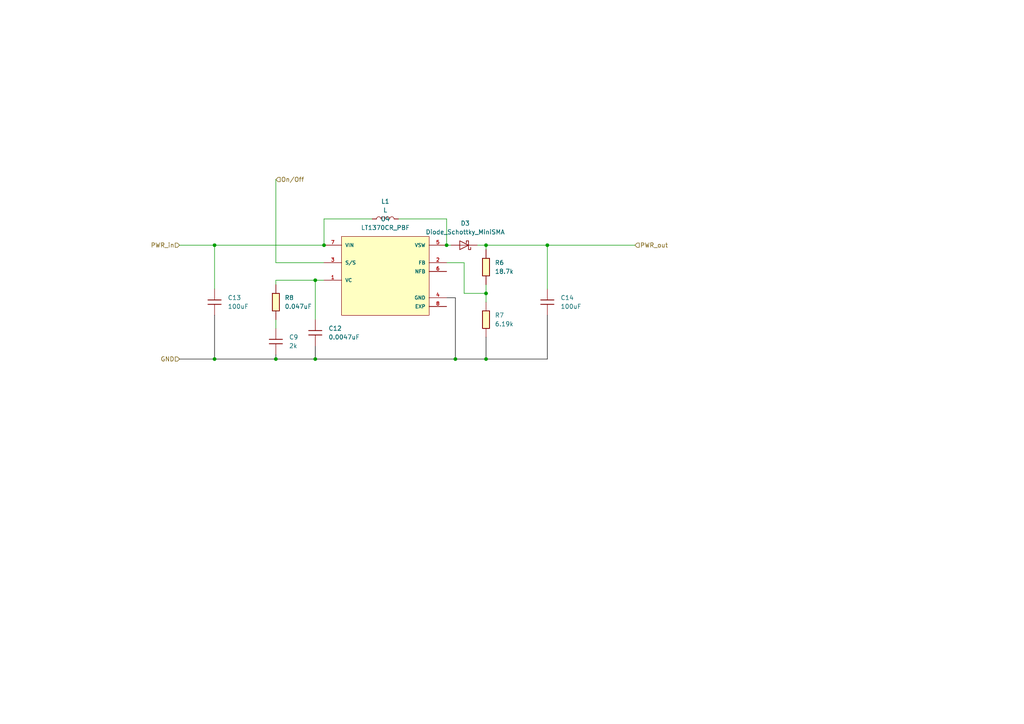
<source format=kicad_sch>
(kicad_sch (version 20231120) (generator "eeschema") (generator_version "8.0")
  (paper "A4")
  (lib_symbols
    (symbol "Device:L" (pin_numbers hide) (pin_names (offset 1.016) hide)
      (property "Reference" "L" (at -1.27 0 90))
      (property "Value" "L" (at 1.905 0 90))
      (symbol "L_0_1"
        (arc (start 0 -2.54) (mid 0.6323 -1.905) (end 0 -1.27))
        (arc (start 0 -1.27) (mid 0.6323 -0.635) (end 0 0))
        (arc (start 0 0) (mid 0.6323 0.635) (end 0 1.27))
        (arc (start 0 1.27) (mid 0.6323 1.905) (end 0 2.54))
      )
      (symbol "L_1_1"
        (pin passive line (at 0 3.81 270) (length 1.27) (name "1") (number "1"))
        (pin passive line (at 0 -3.81 90) (length 1.27) (name "2") (number "2"))
      )
    )
    (symbol "Fab:C_1206" (pin_numbers hide)
      (property "Reference" "C" (at 0.635 2.54 0))
      (property "Value" "C_1206" (at 0.635 -2.54 0))
      (symbol "C_1206_1_1"
        (polyline (pts (xy -1.905 -0.635) (xy 1.905 -0.635)) (stroke (width 0.25)))
        (polyline (pts (xy -1.905 0.635) (xy 1.905 0.635)) (stroke (width 0.25)))
        (pin passive line (at 0 3.81 270) (length 3.175) (name "~") (number "1"))
        (pin passive line (at 0 -3.81 90) (length 3.175) (name "~") (number "2"))
      )
    )
    (symbol "Fab:Diode_Schottky_MiniSMA" (pin_numbers hide) (pin_names (offset 1.016) hide)
      (property "Reference" "D" (at 0 2.54 0))
      (property "Value" "Diode_Schottky_MiniSMA" (at 0 -2.54 0))
      (symbol "Diode_Schottky_MiniSMA_0_1"
        (polyline (pts (xy 1.27 0) (xy -1.27 0)))
        (polyline (pts (xy 1.27 1.27) (xy 1.27 -1.27) (xy -1.27 0) (xy 1.27 1.27)) (stroke (width 0.2032)))
        (polyline (pts (xy -1.905 0.635) (xy -1.905 1.27) (xy -1.27 1.27) (xy -1.27 -1.27) (xy -0.635 -1.27) (xy -0.635 -0.635)) (stroke (width 0.2032)))
      )
      (symbol "Diode_Schottky_MiniSMA_1_1"
        (pin passive line (at -3.81 0 0) (length 2.54) (name "K") (number "1"))
        (pin passive line (at 3.81 0 180) (length 2.54) (name "A") (number "2"))
      )
    )
    (symbol "Fab:R_1206" (pin_numbers hide) (pin_names (offset 0))
      (property "Reference" "R" (at 2.54 0 90))
      (property "Value" "R_1206" (at -2.54 0 90))
      (symbol "R_1206_0_1"
        (rectangle (start -1.016 -2.54) (end 1.016 2.54) (stroke (width 0.254)) (fill (type background)))
      )
      (symbol "R_1206_1_1"
        (pin passive line (at 0 5.08 270) (length 2.54) (name "~") (number "1"))
        (pin passive line (at 0 -5.08 90) (length 2.54) (name "~") (number "2"))
      )
    )
    (symbol "LT1379CR:LT1370CR_PBF" (pin_names (offset 1.016))
      (property "Reference" "U" (at -12.7 10.922 0))
      (property "Value" "LT1370CR_PBF" (at -12.7 -15.24 0))
      (symbol "LT1370CR_PBF_0_0"
        (rectangle (start -12.7 -12.7) (end 12.7 10.16) (stroke (width 0.1524)) (fill (type background)))
        (pin passive line (at -17.78 -2.54 0) (length 5.08) (name "VC") (number "1"))
        (pin input line (at 17.78 2.54 180) (length 5.08) (name "FB") (number "2"))
        (pin input line (at -17.78 2.54 0) (length 5.08) (name "S/S") (number "3"))
        (pin power_in line (at 17.78 -7.62 180) (length 5.08) (name "GND") (number "4"))
        (pin output line (at 17.78 7.62 180) (length 5.08) (name "VSW") (number "5"))
        (pin input line (at 17.78 0 180) (length 5.08) (name "NFB") (number "6"))
        (pin input line (at -17.78 7.62 0) (length 5.08) (name "VIN") (number "7"))
        (pin power_in line (at 17.78 -10.16 180) (length 5.08) (name "EXP") (number "8"))
      )
    )
  )
  (junction (at 91.44 104.14))
  (junction (at 140.97 104.14))
  (junction (at 132.08 104.14))
  (junction (at 140.97 85.09))
  (junction (at 140.97 71.12))
  (junction (at 93.98 71.12))
  (junction (at 129.54 71.12))
  (junction (at 62.23 104.14))
  (junction (at 91.44 81.28))
  (junction (at 158.75 71.12))
  (junction (at 62.23 71.12))
  (junction (at 80.01 104.14))
  (wire (pts (xy 80.01 76.2) (xy 93.98 76.2)))
  (wire (pts (xy 80.01 52.07) (xy 80.01 76.2)))
  (wire (pts (xy 158.75 91.44) (xy 158.75 104.14)) (stroke (width 0) (color 0 0 0 1)))
  (wire (pts (xy 140.97 97.79) (xy 140.97 104.14)) (stroke (width 0) (color 0 0 0 1)))
  (wire (pts (xy 62.23 104.14) (xy 52.07 104.14)) (stroke (width 0) (color 0 0 0 1)))
  (wire (pts (xy 129.54 76.2) (xy 134.62 76.2)))
  (wire (pts (xy 129.54 71.12) (xy 130.81 71.12)))
  (wire (pts (xy 80.01 104.14) (xy 62.23 104.14)) (stroke (width 0) (color 0 0 0 1)))
  (wire (pts (xy 62.23 71.12) (xy 62.23 83.82)))
  (wire (pts (xy 140.97 72.39) (xy 140.97 71.12)))
  (wire (pts (xy 140.97 82.55) (xy 140.97 85.09)))
  (wire (pts (xy 140.97 85.09) (xy 140.97 87.63)))
  (wire (pts (xy 140.97 104.14) (xy 132.08 104.14)) (stroke (width 0) (color 0 0 0 1)))
  (wire (pts (xy 93.98 81.28) (xy 91.44 81.28)))
  (wire (pts (xy 132.08 104.14) (xy 91.44 104.14)) (stroke (width 0) (color 0 0 0 1)))
  (wire (pts (xy 91.44 81.28) (xy 91.44 92.71)))
  (wire (pts (xy 134.62 76.2) (xy 134.62 85.09)))
  (wire (pts (xy 52.07 71.12) (xy 62.23 71.12)))
  (wire (pts (xy 140.97 71.12) (xy 158.75 71.12)))
  (wire (pts (xy 132.08 86.36) (xy 129.54 86.36)) (stroke (width 0) (color 0 0 0 1)))
  (wire (pts (xy 80.01 81.28) (xy 80.01 82.55)))
  (wire (pts (xy 80.01 92.71) (xy 80.01 95.25)))
  (wire (pts (xy 91.44 81.28) (xy 80.01 81.28)))
  (wire (pts (xy 107.95 63.5) (xy 93.98 63.5)))
  (wire (pts (xy 138.43 71.12) (xy 140.97 71.12)))
  (wire (pts (xy 62.23 71.12) (xy 93.98 71.12)))
  (wire (pts (xy 91.44 100.33) (xy 91.44 104.14)) (stroke (width 0) (color 0 0 0 1)))
  (wire (pts (xy 93.98 63.5) (xy 93.98 71.12)))
  (wire (pts (xy 80.01 102.87) (xy 80.01 104.14)) (stroke (width 0) (color 0 0 0 1)))
  (wire (pts (xy 134.62 85.09) (xy 140.97 85.09)))
  (wire (pts (xy 132.08 104.14) (xy 132.08 86.36)) (stroke (width 0) (color 0 0 0 1)))
  (wire (pts (xy 62.23 91.44) (xy 62.23 104.14)) (stroke (width 0) (color 0 0 0 1)))
  (wire (pts (xy 158.75 104.14) (xy 140.97 104.14)) (stroke (width 0) (color 0 0 0 1)))
  (wire (pts (xy 129.54 63.5) (xy 129.54 71.12)))
  (wire (pts (xy 115.57 63.5) (xy 129.54 63.5)))
  (wire (pts (xy 158.75 71.12) (xy 158.75 83.82)))
  (wire (pts (xy 158.75 71.12) (xy 184.15 71.12)))
  (wire (pts (xy 91.44 104.14) (xy 80.01 104.14)) (stroke (width 0) (color 0 0 0 1)))
  (hierarchical_label "PWR_in" (shape input) (at 52.07 71.12 180))
  (hierarchical_label "On{slash}Off" (shape input) (at 80.01 52.07 0))
  (hierarchical_label "GND" (shape input) (at 52.07 104.14 180))
  (hierarchical_label "PWR_out" (shape input) (at 184.15 71.12 0))
  (symbol (lib_id "Fab:C_1206") (at 80.01 99.06 0) (unit 1)
    (property "Reference" "C9" (at 83.82 97.7899 0) (effects (justify left)))
    (property "Value" "2k" (at 83.82 100.3299 0) (effects (justify left)))
    (property "Footprint" "fab:C_1206" (effects (hide yes)))
    (property "Datasheet" "https://www.yageo.com/upload/media/product/productsearch/datasheet/mlcc/UPY-GP_NP0_16V-to-50V_18.pdf" (effects (hide yes)))
    (property "Description" "Unpolarized capacitor, SMD, 1206" (effects (hide yes)))
  )
  (symbol (lib_id "Device:L") (at 111.76 63.5 90) (unit 1)
    (property "Reference" "L1" (at 111.76 58.42 90))
    (property "Value" "L" (at 111.76 60.96 90))
    (property "Description" "Inductor" (effects (hide yes)))
  )
  (symbol (lib_id "Fab:R_1206") (at 80.01 87.63 0) (unit 1)
    (property "Reference" "R8" (at 82.55 86.3599 0) (effects (justify left)))
    (property "Value" "0.047uF" (at 82.55 88.8999 0) (effects (justify left)))
    (property "Footprint" "fab:R_1206" (effects (hide yes)))
    (property "Description" "Resistor" (effects (hide yes)))
  )
  (symbol (lib_id "LT1379CR:LT1370CR_PBF") (at 111.76 78.74 0) (unit 1)
    (property "Reference" "U4" (at 111.76 63.5 0))
    (property "Value" "LT1370CR_PBF" (at 111.76 66.04 0))
    (property "Footprint" "LT1370CR_PBF:DPAK127P1394X457-8N" (effects (hide yes)))
    (property "MF" "Analog Devices" (effects (hide yes)))
    (property "MAXIMUM_PACKAGE_HEIGHT" "4.572mm" (effects (hide yes)))
    (property "Package" "D2PAK Linear Technology" (effects (hide yes)))
    (property "Price" "None" (effects (hide yes)))
    (property "Check_prices" "https://www.snapeda.com/parts/LT1370CR%23PBF/Analog+Devices/view-part/?ref=eda" (effects (hide yes)))
    (property "STANDARD" "IPC-7351B" (effects (hide yes)))
    (property "SnapEDA_Link" "https://www.snapeda.com/parts/LT1370CR%23PBF/Analog+Devices/view-part/?ref=snap" (effects (hide yes)))
    (property "MP" "LT1370CR#PBF" (effects (hide yes)))
    (property "Description_1" "\n                        \n                            SW REG, 6A, HI EFF, 7DD; Voltage Regulator Type:Boost-Buck / Inverting; Voltage, Input Max:25V; Voltage, Output Max:35V; Max Output Current:4A; Voltage, Output Adjustable Max:35V; Current, Switch Output Max Isw:6A; Frequency:500kHz; Voltage, Supply Min:2.7V; Voltage, Supply Max:25V; Termination Type:SMD; Case Style:D2PAK; No. of Pins:7; Operating Temperature Range:0°C to +70°C; Base Number:1370\n                        \n" (effects (hide yes)))
    (property "Availability" "In Stock" (effects (hide yes)))
    (property "MANUFACTURER" "Analog Devices" (effects (hide yes)))
  )
  (symbol (lib_id "Fab:Diode_Schottky_MiniSMA") (at 134.62 71.12 180) (unit 1)
    (property "Reference" "D3" (at 134.9375 64.77 0))
    (property "Value" "Diode_Schottky_MiniSMA" (at 134.9375 67.31 0))
    (property "Footprint" "fab:Diode_Schottky_MiniSMA" (effects (hide yes)))
    (property "Datasheet" "https://www.st.com/content/ccc/resource/technical/document/datasheet/c6/32/d4/4a/28/d3/4b/11/CD00004930.pdf/files/CD00004930.pdf/jcr:content/translations/en.CD00004930.pdf" (effects (hide yes)))
    (property "Description" "Schottky diode with Mini-SMA footprint" (effects (hide yes)))
  )
  (symbol (lib_id "Fab:R_1206") (at 140.97 77.47 0) (unit 1)
    (property "Reference" "R6" (at 143.51 76.1999 0) (effects (justify left)))
    (property "Value" "18.7k" (at 143.51 78.7399 0) (effects (justify left)))
    (property "Footprint" "fab:R_1206" (effects (hide yes)))
    (property "Description" "Resistor" (effects (hide yes)))
  )
  (symbol (lib_id "Fab:C_1206") (at 62.23 87.63 0) (unit 1)
    (property "Reference" "C13" (at 66.04 86.3599 0) (effects (justify left)))
    (property "Value" "100uF" (at 66.04 88.8999 0) (effects (justify left)))
    (property "Footprint" "fab:C_1206" (effects (hide yes)))
    (property "Datasheet" "https://www.yageo.com/upload/media/product/productsearch/datasheet/mlcc/UPY-GP_NP0_16V-to-50V_18.pdf" (effects (hide yes)))
    (property "Description" "Unpolarized capacitor, SMD, 1206" (effects (hide yes)))
  )
  (symbol (lib_id "Fab:R_1206") (at 140.97 92.71 0) (unit 1)
    (property "Reference" "R7" (at 143.51 91.4399 0) (effects (justify left)))
    (property "Value" "6.19k" (at 143.51 93.9799 0) (effects (justify left)))
    (property "Footprint" "fab:R_1206" (effects (hide yes)))
    (property "Description" "Resistor" (effects (hide yes)))
  )
  (symbol (lib_id "Fab:C_1206") (at 158.75 87.63 0) (unit 1)
    (property "Reference" "C14" (at 162.56 86.3599 0) (effects (justify left)))
    (property "Value" "100uF" (at 162.56 88.8999 0) (effects (justify left)))
    (property "Footprint" "fab:C_1206" (effects (hide yes)))
    (property "Datasheet" "https://www.yageo.com/upload/media/product/productsearch/datasheet/mlcc/UPY-GP_NP0_16V-to-50V_18.pdf" (effects (hide yes)))
    (property "Description" "Unpolarized capacitor, SMD, 1206" (effects (hide yes)))
  )
  (symbol (lib_id "Fab:C_1206") (at 91.44 96.52 0) (unit 1)
    (property "Reference" "C12" (at 95.25 95.2499 0) (effects (justify left)))
    (property "Value" "0.0047uF" (at 95.25 97.7899 0) (effects (justify left)))
    (property "Footprint" "fab:C_1206" (effects (hide yes)))
    (property "Datasheet" "https://www.yageo.com/upload/media/product/productsearch/datasheet/mlcc/UPY-GP_NP0_16V-to-50V_18.pdf" (effects (hide yes)))
    (property "Description" "Unpolarized capacitor, SMD, 1206" (effects (hide yes)))
  )
)
</source>
